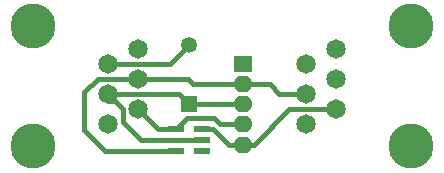
<source format=gtl>
%FSLAX23Y23*%
%MOIN*%
G70*
G01*
G75*
G04 Layer_Physical_Order=1*
%ADD10R,0.057X0.022*%
%ADD11C,0.015*%
%ADD12C,0.150*%
%ADD13C,0.065*%
%ADD14R,0.053X0.053*%
%ADD15C,0.053*%
%ADD16O,0.063X0.055*%
%ADD17R,0.063X0.055*%
D10*
X818Y157D02*
D03*
Y83D02*
D03*
X902Y157D02*
D03*
Y120D02*
D03*
Y83D02*
D03*
D11*
X1129Y307D02*
X1161Y275D01*
X855Y325D02*
X873Y307D01*
X510Y280D02*
X555Y325D01*
X510Y153D02*
Y280D01*
Y153D02*
X580Y83D01*
X640Y181D02*
X701Y120D01*
X640Y181D02*
Y224D01*
X614Y250D02*
X640Y224D01*
X943Y194D02*
X964Y173D01*
X854Y194D02*
X943D01*
X1075Y106D02*
X1194Y225D01*
X941Y157D02*
X992Y106D01*
X590Y375D02*
X798D01*
X860Y437D01*
X992Y106D02*
X1040D01*
X1075D01*
X902Y157D02*
X941D01*
X1194Y225D02*
X1350D01*
X580Y83D02*
X818D01*
X555Y325D02*
X690D01*
X855D01*
X1161Y275D02*
X1250D01*
X873Y307D02*
X1040D01*
X1129D01*
X690Y225D02*
X758Y157D01*
X817D01*
X818D01*
X817D02*
X817Y158D01*
X854Y194D01*
X964Y173D02*
X1040D01*
X701Y120D02*
X902D01*
X590Y250D02*
X614D01*
X590D02*
Y275D01*
X860Y240D02*
X1040D01*
X590Y275D02*
X825D01*
X860Y240D01*
D12*
X340Y500D02*
D03*
Y100D02*
D03*
X1600D02*
D03*
Y500D02*
D03*
D13*
X690Y425D02*
D03*
X590Y375D02*
D03*
X690Y325D02*
D03*
X590Y275D02*
D03*
X690Y225D02*
D03*
X590Y175D02*
D03*
X1250D02*
D03*
X1350Y225D02*
D03*
X1250Y275D02*
D03*
X1350Y325D02*
D03*
X1250Y375D02*
D03*
X1350Y425D02*
D03*
D14*
X860Y240D02*
D03*
D15*
Y437D02*
D03*
D16*
X1040Y106D02*
D03*
Y173D02*
D03*
Y240D02*
D03*
Y307D02*
D03*
D17*
Y374D02*
D03*
M02*

</source>
